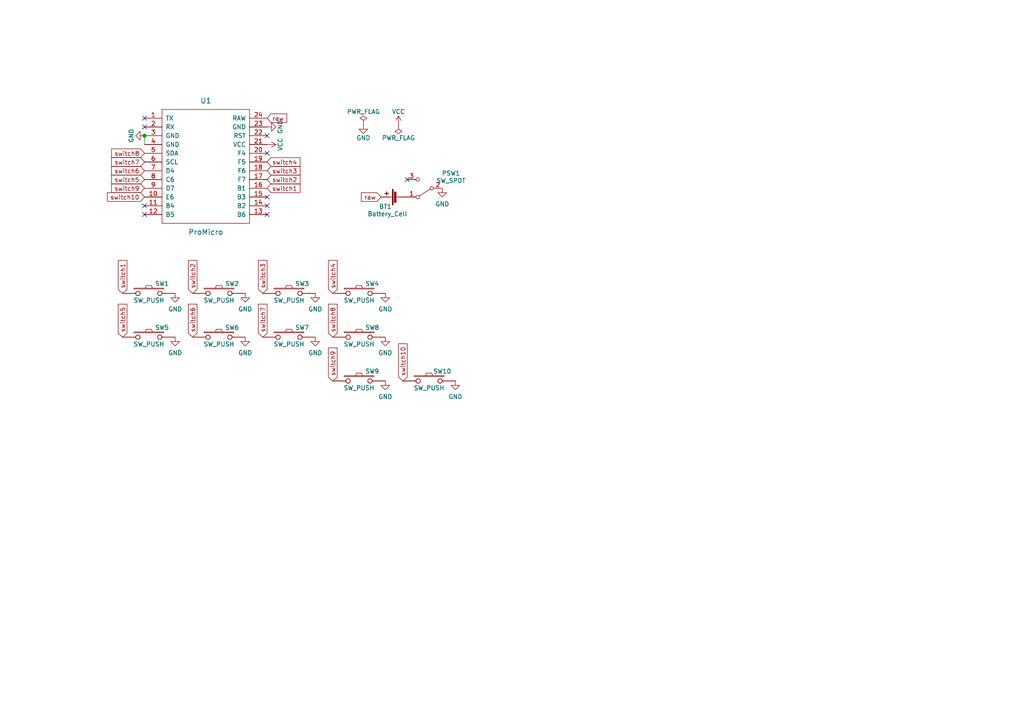
<source format=kicad_sch>
(kicad_sch (version 20211123) (generator eeschema)
  (paper "A4")
  (title_block (title "Mite") (date "2021-12-22") (rev "0.1") (company "jmnw"))
  (lib_symbols
    (symbol "Device:Battery_Cell" (pin_numbers hide) (pin_names (offset 0) hide)
      (property "Reference" "BT" (at 2.54 2.54 0))
      (property "Value" "Battery_Cell" (at 2.54 0 0))
      (symbol "Battery_Cell_0_1"
        (rectangle (start -2.286 1.778) (end 2.286 1.524) (fill (type outline)))
        (rectangle (start -1.5748 1.1938) (end 1.4732 0.6858) (fill (type outline)))
        (polyline (pts (xy 0 0.762) (xy 0 0)))
        (polyline (pts (xy 0 1.778) (xy 0 2.54)))
        (polyline (pts (xy 0.508 3.429) (xy 1.524 3.429)) (stroke (width 0.254)))
        (polyline (pts (xy 1.016 3.937) (xy 1.016 2.921)) (stroke (width 0.254)))
      )
      (symbol "Battery_Cell_1_1"
        (pin passive line (at 0 5.08 270) (length 2.54) (name "+") (number "1"))
        (pin passive line (at 0 -2.54 90) (length 2.54) (name "-") (number "2"))
      )
    )
    (symbol "Switch:SW_SPDT" (pin_names (offset 0) hide)
      (property "Reference" "SW" (at 0 4.318 0))
      (property "Value" "SW_SPDT" (at 0 -5.08 0))
      (symbol "SW_SPDT_0_0"
        (circle (center -2.032 0) (radius 0.508))
        (circle (center 2.032 -2.54) (radius 0.508))
      )
      (symbol "SW_SPDT_0_1"
        (polyline (pts (xy -1.524 0.254) (xy 1.651 2.286)))
        (circle (center 2.032 2.54) (radius 0.508))
      )
      (symbol "SW_SPDT_1_1"
        (pin passive line (at 5.08 2.54 180) (length 2.54) (name "A") (number "1"))
        (pin passive line (at -5.08 0 0) (length 2.54) (name "B") (number "2"))
        (pin passive line (at 5.08 -2.54 180) (length 2.54) (name "C") (number "3"))
      )
    )
    (symbol "bugs:ProMicro-kbd" (pin_names (offset 1.016))
      (property "Reference" "U" (at 0 24.13 0))
      (property "Value" "ProMicro-kbd" (at 0 -13.97 0))
      (symbol "ProMicro-kbd_0_1"
        (rectangle (start -12.7 21.59) (end 12.7 -11.43))
      )
      (symbol "ProMicro-kbd_1_1"
        (pin bidirectional line (at -17.78 19.05 0) (length 5.08) (name "TX") (number "1"))
        (pin bidirectional line (at -17.78 -3.81 0) (length 5.08) (name "E6") (number "10"))
        (pin bidirectional line (at -17.78 -6.35 0) (length 5.08) (name "B4") (number "11"))
        (pin bidirectional line (at -17.78 -8.89 0) (length 5.08) (name "B5") (number "12"))
        (pin bidirectional line (at 17.78 -8.89 180) (length 5.08) (name "B6") (number "13"))
        (pin bidirectional line (at 17.78 -6.35 180) (length 5.08) (name "B2") (number "14"))
        (pin bidirectional line (at 17.78 -3.81 180) (length 5.08) (name "B3") (number "15"))
        (pin bidirectional line (at 17.78 -1.27 180) (length 5.08) (name "B1") (number "16"))
        (pin bidirectional line (at 17.78 1.27 180) (length 5.08) (name "F7") (number "17"))
        (pin bidirectional line (at 17.78 3.81 180) (length 5.08) (name "F6") (number "18"))
        (pin bidirectional line (at 17.78 6.35 180) (length 5.08) (name "F5") (number "19"))
        (pin bidirectional line (at -17.78 16.51 0) (length 5.08) (name "RX") (number "2"))
        (pin bidirectional line (at 17.78 8.89 180) (length 5.08) (name "F4") (number "20"))
        (pin power_in line (at 17.78 11.43 180) (length 5.08) (name "VCC") (number "21"))
        (pin input line (at 17.78 13.97 180) (length 5.08) (name "RST") (number "22"))
        (pin power_in line (at 17.78 16.51 180) (length 5.08) (name "GND") (number "23"))
        (pin power_out line (at 17.78 19.05 180) (length 5.08) (name "RAW") (number "24"))
        (pin power_in line (at -17.78 13.97 0) (length 5.08) (name "GND") (number "3"))
        (pin power_in line (at -17.78 11.43 0) (length 5.08) (name "GND") (number "4"))
        (pin bidirectional line (at -17.78 8.89 0) (length 5.08) (name "SDA") (number "5"))
        (pin bidirectional line (at -17.78 6.35 0) (length 5.08) (name "SCL") (number "6"))
        (pin bidirectional line (at -17.78 3.81 0) (length 5.08) (name "D4") (number "7"))
        (pin bidirectional line (at -17.78 1.27 0) (length 5.08) (name "C6") (number "8"))
        (pin bidirectional line (at -17.78 -1.27 0) (length 5.08) (name "D7") (number "9"))
      )
    )
    (symbol "knott:SW_PUSH-kbd" (pin_numbers hide) (pin_names (offset 1.016) hide)
      (property "Reference" "SW" (at 3.81 2.794 0))
      (property "Value" "SW_PUSH-kbd" (at 0 -2.032 0))
      (symbol "SW_PUSH-kbd_0_1"
        (rectangle (start -4.318 1.27) (end 4.318 1.524))
        (polyline (pts (xy -1.016 1.524) (xy -0.762 2.286) (xy 0.762 2.286) (xy 1.016 1.524)))
        (pin passive inverted (at -7.62 0 0) (length 5.08) (name "1") (number "1"))
        (pin passive inverted (at 7.62 0 180) (length 5.08) (name "2") (number "2"))
      )
    )
    (symbol "power:GND" (power) (pin_names (offset 0))
      (property "Value" "GND" (at 0 -3.81 0))
      (symbol "GND_0_1"
        (polyline (pts (xy 0 0) (xy 0 -1.27) (xy 1.27 -1.27) (xy 0 -2.54) (xy -1.27 -1.27) (xy 0 -1.27)))
      )
      (symbol "GND_1_1"
        (pin power_in line (at 0 0 270) (length 0) hide (name "GND") (number "1"))
      )
    )
    (symbol "power:PWR_FLAG" (power) (pin_numbers hide) (pin_names (offset 0) hide)
      (property "Value" "PWR_FLAG" (at 0 3.81 0))
      (symbol "PWR_FLAG_0_0"
        (pin power_out line (at 0 0 90) (length 0) (name "pwr") (number "1"))
      )
      (symbol "PWR_FLAG_0_1"
        (polyline (pts (xy 0 0) (xy 0 1.27) (xy -1.016 1.905) (xy 0 2.54) (xy 1.016 1.905) (xy 0 1.27)))
      )
    )
    (symbol "power:VCC" (power) (pin_names (offset 0))
      (property "Value" "VCC" (at 0 3.81 0))
      (symbol "VCC_0_1"
        (polyline (pts (xy -0.762 1.27) (xy 0 2.54)))
        (polyline (pts (xy 0 0) (xy 0 2.54)))
        (polyline (pts (xy 0 2.54) (xy 0.762 1.27)))
      )
      (symbol "VCC_1_1"
        (pin power_in line (at 0 0 90) (length 0) hide (name "VCC") (number "1"))
      )
    )
  )
  (junction (at 41.91 39.37) (diameter 1.016))
  (no_connect (at 118.11 52.07))
  (no_connect (at 77.47 57.15))
  (no_connect (at 77.47 62.23))
  (no_connect (at 77.47 59.69))
  (no_connect (at 41.91 34.29))
  (no_connect (at 41.91 36.83))
  (no_connect (at 41.91 59.69))
  (no_connect (at 41.91 62.23))
  (no_connect (at 77.47 44.45))
  (no_connect (at 77.47 39.37))
  (wire (pts (xy 41.91 39.37) (xy 41.91 41.91)))
  (global_label "switch8" (shape input) (at 41.91 44.45 180) (property "Intersheet References" "${INTERSHEET_REFS}" (effects hide)))
  (global_label "switch1" (shape input) (at 77.47 54.61 0) (property "Intersheet References" "${INTERSHEET_REFS}" (effects hide)))
  (global_label "switch7" (shape input) (at 76.2 97.79 90) (property "Intersheet References" "${INTERSHEET_REFS}" (effects hide)))
  (global_label "switch7" (shape input) (at 41.91 46.99 180) (property "Intersheet References" "${INTERSHEET_REFS}" (effects hide)))
  (global_label "raw" (shape input) (at 77.47 34.29 0) (property "Intersheet References" "${INTERSHEET_REFS}" (effects hide)))
  (global_label "switch10" (shape input) (at 41.91 57.15 180) (property "Intersheet References" "${INTERSHEET_REFS}" (effects hide)))
  (global_label "switch9" (shape input) (at 96.52 110.49 90) (property "Intersheet References" "${INTERSHEET_REFS}" (effects hide)))
  (global_label "switch1" (shape input) (at 35.56 85.09 90) (property "Intersheet References" "${INTERSHEET_REFS}" (effects hide)))
  (global_label "switch3" (shape input) (at 76.2 85.09 90) (property "Intersheet References" "${INTERSHEET_REFS}" (effects hide)))
  (global_label "raw" (shape input) (at 110.49 57.15 180) (property "Intersheet References" "${INTERSHEET_REFS}" (effects hide)))
  (global_label "switch3" (shape input) (at 77.47 49.53 0) (property "Intersheet References" "${INTERSHEET_REFS}" (effects hide)))
  (global_label "switch8" (shape input) (at 96.52 97.79 90) (property "Intersheet References" "${INTERSHEET_REFS}" (effects hide)))
  (global_label "switch5" (shape input) (at 35.56 97.79 90) (property "Intersheet References" "${INTERSHEET_REFS}" (effects hide)))
  (global_label "switch9" (shape input) (at 41.91 54.61 180) (property "Intersheet References" "${INTERSHEET_REFS}" (effects hide)))
  (global_label "switch4" (shape input) (at 77.47 46.99 0) (property "Intersheet References" "${INTERSHEET_REFS}" (effects hide)))
  (global_label "switch2" (shape input) (at 55.88 85.09 90) (property "Intersheet References" "${INTERSHEET_REFS}" (effects hide)))
  (global_label "switch6" (shape input) (at 55.88 97.79 90) (property "Intersheet References" "${INTERSHEET_REFS}" (effects hide)))
  (global_label "switch5" (shape input) (at 41.91 52.07 180) (property "Intersheet References" "${INTERSHEET_REFS}" (effects hide)))
  (global_label "switch6" (shape input) (at 41.91 49.53 180) (property "Intersheet References" "${INTERSHEET_REFS}" (effects hide)))
  (global_label "switch4" (shape input) (at 96.52 85.09 90) (property "Intersheet References" "${INTERSHEET_REFS}" (effects hide)))
  (global_label "switch10" (shape input) (at 116.84 110.49 90) (property "Intersheet References" "${INTERSHEET_REFS}" (effects hide)))
  (global_label "switch2" (shape input) (at 77.47 52.07 0) (property "Intersheet References" "${INTERSHEET_REFS}" (effects hide)))
  (symbol (lib_id "bugs:ProMicro-kbd") (at 59.69 53.34 0) (unit 1)
    (property "Reference" "U1" (at 59.69 29.21 0) (effects (font (size 1.524 1.524))))
    (property "Value" "ProMicro" (at 59.69 67.31 0) (effects (font (size 1.524 1.524))))
    (property "Footprint" "bugs:ProMicro_jumpers" (effects hide))
  )
  (symbol (lib_id "knott:SW_PUSH-kbd") (at 43.18 85.09 0) (unit 1)
    (property "Reference" "SW1" (at 46.99 82.296 0))
    (property "Value" "SW_PUSH" (at 43.18 87.122 0))
    (property "Footprint" "bugs:Choc_reversible" (effects hide))
  )
  (symbol (lib_id "knott:SW_PUSH-kbd") (at 63.5 85.09 0) (unit 1)
    (property "Reference" "SW2" (at 67.31 82.296 0))
    (property "Value" "SW_PUSH" (at 63.5 87.122 0))
    (property "Footprint" "bugs:Choc_reversible" (effects hide))
  )
  (symbol (lib_id "knott:SW_PUSH-kbd") (at 83.82 85.09 0) (unit 1)
    (property "Reference" "SW3" (at 87.63 82.296 0))
    (property "Value" "SW_PUSH" (at 83.82 87.122 0))
    (property "Footprint" "bugs:Choc_reversible" (effects hide))
  )
  (symbol (lib_id "knott:SW_PUSH-kbd") (at 104.14 85.09 0) (unit 1)
    (property "Reference" "SW4" (at 107.95 82.296 0))
    (property "Value" "SW_PUSH" (at 104.14 87.122 0))
    (property "Footprint" "bugs:Choc_reversible" (effects hide))
  )
  (symbol (lib_id "knott:SW_PUSH-kbd") (at 43.18 97.79 0) (unit 1)
    (property "Reference" "SW5" (at 46.99 94.996 0))
    (property "Value" "SW_PUSH" (at 43.18 99.822 0))
    (property "Footprint" "bugs:Choc_reversible" (effects hide))
  )
  (symbol (lib_id "knott:SW_PUSH-kbd") (at 63.5 97.79 0) (unit 1)
    (property "Reference" "SW6" (at 67.31 94.996 0))
    (property "Value" "SW_PUSH" (at 63.5 99.822 0))
    (property "Footprint" "bugs:Choc_reversible" (effects hide))
  )
  (symbol (lib_id "knott:SW_PUSH-kbd") (at 83.82 97.79 0) (unit 1)
    (property "Reference" "SW7" (at 87.63 94.996 0))
    (property "Value" "SW_PUSH" (at 83.82 99.822 0))
    (property "Footprint" "bugs:Choc_reversible" (effects hide))
  )
  (symbol (lib_id "knott:SW_PUSH-kbd") (at 104.14 97.79 0) (unit 1)
    (property "Reference" "SW8" (at 107.95 94.996 0))
    (property "Value" "SW_PUSH" (at 104.14 99.822 0))
    (property "Footprint" "bugs:Choc_reversible" (effects hide))
  )
  (symbol (lib_id "knott:SW_PUSH-kbd") (at 104.14 110.49 0) (unit 1)
    (property "Reference" "SW9" (at 107.95 107.696 0))
    (property "Value" "SW_PUSH" (at 104.14 112.522 0))
    (property "Footprint" "bugs:Choc_reversible" (effects hide))
  )
  (symbol (lib_id "knott:SW_PUSH-kbd") (at 124.46 110.49 0) (unit 1)
    (property "Reference" "SW10" (at 128.27 107.696 0))
    (property "Value" "SW_PUSH" (at 124.46 112.522 0))
    (property "Footprint" "bugs:Choc_reversible" (effects hide))
  )
  (symbol (lib_id "power:GND") (at 77.47 36.83 90) (unit 1)
    (property "Reference" "#PWR01" (effects hide))
    (property "Value" "GND" (at 81.28 36.83 0))
  )
  (symbol (lib_id "power:VCC") (at 77.47 41.91 270) (unit 1)
    (property "Reference" "#PWR023" (effects hide))
    (property "Value" "VCC" (at 81.28 41.91 0))
  )
  (symbol (lib_id "power:GND") (at 41.91 39.37 270) (unit 1)
    (property "Reference" "#PWR02" (effects hide))
    (property "Value" "GND" (at 38.1 39.37 0))
  )
  (symbol (lib_id "power:GND") (at 105.41 36.195 0) (unit 1)
    (property "Reference" "#PWR03" (effects hide))
    (property "Value" "GND" (at 105.41 40.005 0))
  )
  (symbol (lib_id "power:VCC") (at 115.57 36.195 0) (unit 1)
    (property "Reference" "#PWR04" (effects hide))
    (property "Value" "VCC" (at 115.57 32.385 0))
  )
  (symbol (lib_id "power:PWR_FLAG") (at 115.57 36.195 180) (unit 1)
    (property "Reference" "#FLG05" (effects hide))
    (property "Value" "PWR_FLAG" (at 115.57 40.005 0))
  )
  (symbol (lib_id "power:PWR_FLAG") (at 105.41 36.195 0) (unit 1)
    (property "Reference" "#FLG06" (effects hide))
    (property "Value" "PWR_FLAG" (at 105.41 32.385 0))
  )
  (symbol (lib_id "Switch:SW_SPDT") (at 123.19 54.61 180) (unit 1)
    (property "Reference" "PSW1" (at 130.81 50.2624 0))
    (property "Value" "SW_SPDT" (at 130.81 52.4025 0))
    (property "Footprint" "bugs:Power_reversible" (effects hide))
  )
  (symbol (lib_id "power:GND") (at 111.76 110.49 0) (unit 1)
    (property "Reference" "#PWR0112" (effects hide))
    (property "Value" "GND" (at 111.76 115.0526 0))
  )
  (symbol (lib_id "power:GND") (at 50.8 97.79 0) (unit 1)
    (property "Reference" "#PWR0103" (effects hide))
    (property "Value" "GND" (at 50.8 102.3526 0))
  )
  (symbol (lib_id "power:GND") (at 132.08 110.49 0) (unit 1)
    (property "Reference" "#PWR0113" (effects hide))
    (property "Value" "GND" (at 132.08 115.0526 0))
  )
  (symbol (lib_id "power:GND") (at 71.12 97.79 0) (unit 1)
    (property "Reference" "#PWR0117" (effects hide))
    (property "Value" "GND" (at 71.12 102.3526 0))
  )
  (symbol (lib_id "power:GND") (at 128.27 54.61 0) (unit 1)
    (property "Reference" "#PWR0101" (effects hide))
    (property "Value" "GND" (at 128.27 59.1726 0))
  )
  (symbol (lib_id "power:GND") (at 91.44 97.79 0) (unit 1)
    (property "Reference" "#PWR0109" (effects hide))
    (property "Value" "GND" (at 91.44 102.3526 0))
  )
  (symbol (lib_id "power:GND") (at 50.8 85.09 0) (unit 1)
    (property "Reference" "#PWR0104" (effects hide))
    (property "Value" "GND" (at 50.8 89.6526 0))
  )
  (symbol (lib_id "power:GND") (at 91.44 85.09 0) (unit 1)
    (property "Reference" "#PWR0108" (effects hide))
    (property "Value" "GND" (at 91.44 89.6526 0))
  )
  (symbol (lib_id "Device:Battery_Cell") (at 115.57 57.15 90) (unit 1)
    (property "Reference" "BT1" (at 111.76 59.9144 90))
    (property "Value" "Battery_Cell" (at 112.395 62.0545 90))
    (property "Footprint" "bugs:Battery_pads_reversible" (effects hide))
  )
  (symbol (lib_id "power:GND") (at 111.76 85.09 0) (unit 1)
    (property "Reference" "#PWR0110" (effects hide))
    (property "Value" "GND" (at 111.76 89.6526 0))
  )
  (symbol (lib_id "power:GND") (at 71.12 85.09 0) (unit 1)
    (property "Reference" "#PWR0114" (effects hide))
    (property "Value" "GND" (at 71.12 89.6526 0))
  )
  (symbol (lib_id "power:GND") (at 111.76 97.79 0) (unit 1)
    (property "Reference" "#PWR0111" (effects hide))
    (property "Value" "GND" (at 111.76 102.3526 0))
  )
)
</source>
